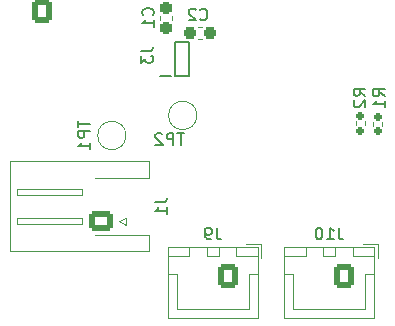
<source format=gbo>
G04 #@! TF.GenerationSoftware,KiCad,Pcbnew,9.0.0*
G04 #@! TF.CreationDate,2025-04-11T10:19:01+02:00*
G04 #@! TF.ProjectId,Janus_finalV,4a616e75-735f-4666-996e-616c562e6b69,rev?*
G04 #@! TF.SameCoordinates,Original*
G04 #@! TF.FileFunction,Legend,Bot*
G04 #@! TF.FilePolarity,Positive*
%FSLAX46Y46*%
G04 Gerber Fmt 4.6, Leading zero omitted, Abs format (unit mm)*
G04 Created by KiCad (PCBNEW 9.0.0) date 2025-04-11 10:19:01*
%MOMM*%
%LPD*%
G01*
G04 APERTURE LIST*
G04 Aperture macros list*
%AMRoundRect*
0 Rectangle with rounded corners*
0 $1 Rounding radius*
0 $2 $3 $4 $5 $6 $7 $8 $9 X,Y pos of 4 corners*
0 Add a 4 corners polygon primitive as box body*
4,1,4,$2,$3,$4,$5,$6,$7,$8,$9,$2,$3,0*
0 Add four circle primitives for the rounded corners*
1,1,$1+$1,$2,$3*
1,1,$1+$1,$4,$5*
1,1,$1+$1,$6,$7*
1,1,$1+$1,$8,$9*
0 Add four rect primitives between the rounded corners*
20,1,$1+$1,$2,$3,$4,$5,0*
20,1,$1+$1,$4,$5,$6,$7,0*
20,1,$1+$1,$6,$7,$8,$9,0*
20,1,$1+$1,$8,$9,$2,$3,0*%
G04 Aperture macros list end*
%ADD10C,0.150000*%
%ADD11C,0.120000*%
%ADD12C,0.200000*%
%ADD13R,1.700000X1.700000*%
%ADD14O,1.700000X1.700000*%
%ADD15C,5.400000*%
%ADD16RoundRect,0.250000X-0.625000X0.350000X-0.625000X-0.350000X0.625000X-0.350000X0.625000X0.350000X0*%
%ADD17O,1.750000X1.200000*%
%ADD18R,1.700000X2.500000*%
%ADD19O,1.700000X2.500000*%
%ADD20RoundRect,0.250000X-0.600000X-0.725000X0.600000X-0.725000X0.600000X0.725000X-0.600000X0.725000X0*%
%ADD21O,1.700000X1.950000*%
%ADD22RoundRect,0.250000X0.600000X0.725000X-0.600000X0.725000X-0.600000X-0.725000X0.600000X-0.725000X0*%
%ADD23RoundRect,0.160000X-0.160000X0.197500X-0.160000X-0.197500X0.160000X-0.197500X0.160000X0.197500X0*%
%ADD24C,2.000000*%
%ADD25RoundRect,0.250000X0.600000X0.750000X-0.600000X0.750000X-0.600000X-0.750000X0.600000X-0.750000X0*%
%ADD26O,1.700000X2.000000*%
%ADD27RoundRect,0.250000X0.750000X-0.600000X0.750000X0.600000X-0.750000X0.600000X-0.750000X-0.600000X0*%
%ADD28O,2.000000X1.700000*%
%ADD29R,0.900000X0.600000*%
%ADD30RoundRect,0.237500X-0.300000X-0.237500X0.300000X-0.237500X0.300000X0.237500X-0.300000X0.237500X0*%
%ADD31RoundRect,0.237500X0.237500X-0.300000X0.237500X0.300000X-0.237500X0.300000X-0.237500X-0.300000X0*%
G04 APERTURE END LIST*
D10*
X141564819Y-69443333D02*
X141088628Y-69110000D01*
X141564819Y-68871905D02*
X140564819Y-68871905D01*
X140564819Y-68871905D02*
X140564819Y-69252857D01*
X140564819Y-69252857D02*
X140612438Y-69348095D01*
X140612438Y-69348095D02*
X140660057Y-69395714D01*
X140660057Y-69395714D02*
X140755295Y-69443333D01*
X140755295Y-69443333D02*
X140898152Y-69443333D01*
X140898152Y-69443333D02*
X140993390Y-69395714D01*
X140993390Y-69395714D02*
X141041009Y-69348095D01*
X141041009Y-69348095D02*
X141088628Y-69252857D01*
X141088628Y-69252857D02*
X141088628Y-68871905D01*
X140660057Y-69824286D02*
X140612438Y-69871905D01*
X140612438Y-69871905D02*
X140564819Y-69967143D01*
X140564819Y-69967143D02*
X140564819Y-70205238D01*
X140564819Y-70205238D02*
X140612438Y-70300476D01*
X140612438Y-70300476D02*
X140660057Y-70348095D01*
X140660057Y-70348095D02*
X140755295Y-70395714D01*
X140755295Y-70395714D02*
X140850533Y-70395714D01*
X140850533Y-70395714D02*
X140993390Y-70348095D01*
X140993390Y-70348095D02*
X141564819Y-69776667D01*
X141564819Y-69776667D02*
X141564819Y-70395714D01*
X126211904Y-72604819D02*
X125640476Y-72604819D01*
X125926190Y-73604819D02*
X125926190Y-72604819D01*
X125307142Y-73604819D02*
X125307142Y-72604819D01*
X125307142Y-72604819D02*
X124926190Y-72604819D01*
X124926190Y-72604819D02*
X124830952Y-72652438D01*
X124830952Y-72652438D02*
X124783333Y-72700057D01*
X124783333Y-72700057D02*
X124735714Y-72795295D01*
X124735714Y-72795295D02*
X124735714Y-72938152D01*
X124735714Y-72938152D02*
X124783333Y-73033390D01*
X124783333Y-73033390D02*
X124830952Y-73081009D01*
X124830952Y-73081009D02*
X124926190Y-73128628D01*
X124926190Y-73128628D02*
X125307142Y-73128628D01*
X124354761Y-72700057D02*
X124307142Y-72652438D01*
X124307142Y-72652438D02*
X124211904Y-72604819D01*
X124211904Y-72604819D02*
X123973809Y-72604819D01*
X123973809Y-72604819D02*
X123878571Y-72652438D01*
X123878571Y-72652438D02*
X123830952Y-72700057D01*
X123830952Y-72700057D02*
X123783333Y-72795295D01*
X123783333Y-72795295D02*
X123783333Y-72890533D01*
X123783333Y-72890533D02*
X123830952Y-73033390D01*
X123830952Y-73033390D02*
X124402380Y-73604819D01*
X124402380Y-73604819D02*
X123783333Y-73604819D01*
X128983333Y-80604819D02*
X128983333Y-81319104D01*
X128983333Y-81319104D02*
X129030952Y-81461961D01*
X129030952Y-81461961D02*
X129126190Y-81557200D01*
X129126190Y-81557200D02*
X129269047Y-81604819D01*
X129269047Y-81604819D02*
X129364285Y-81604819D01*
X128459523Y-81604819D02*
X128269047Y-81604819D01*
X128269047Y-81604819D02*
X128173809Y-81557200D01*
X128173809Y-81557200D02*
X128126190Y-81509580D01*
X128126190Y-81509580D02*
X128030952Y-81366723D01*
X128030952Y-81366723D02*
X127983333Y-81176247D01*
X127983333Y-81176247D02*
X127983333Y-80795295D01*
X127983333Y-80795295D02*
X128030952Y-80700057D01*
X128030952Y-80700057D02*
X128078571Y-80652438D01*
X128078571Y-80652438D02*
X128173809Y-80604819D01*
X128173809Y-80604819D02*
X128364285Y-80604819D01*
X128364285Y-80604819D02*
X128459523Y-80652438D01*
X128459523Y-80652438D02*
X128507142Y-80700057D01*
X128507142Y-80700057D02*
X128554761Y-80795295D01*
X128554761Y-80795295D02*
X128554761Y-81033390D01*
X128554761Y-81033390D02*
X128507142Y-81128628D01*
X128507142Y-81128628D02*
X128459523Y-81176247D01*
X128459523Y-81176247D02*
X128364285Y-81223866D01*
X128364285Y-81223866D02*
X128173809Y-81223866D01*
X128173809Y-81223866D02*
X128078571Y-81176247D01*
X128078571Y-81176247D02*
X128030952Y-81128628D01*
X128030952Y-81128628D02*
X127983333Y-81033390D01*
X123754819Y-78466666D02*
X124469104Y-78466666D01*
X124469104Y-78466666D02*
X124611961Y-78419047D01*
X124611961Y-78419047D02*
X124707200Y-78323809D01*
X124707200Y-78323809D02*
X124754819Y-78180952D01*
X124754819Y-78180952D02*
X124754819Y-78085714D01*
X124754819Y-79466666D02*
X124754819Y-78895238D01*
X124754819Y-79180952D02*
X123754819Y-79180952D01*
X123754819Y-79180952D02*
X123897676Y-79085714D01*
X123897676Y-79085714D02*
X123992914Y-78990476D01*
X123992914Y-78990476D02*
X124040533Y-78895238D01*
X143204819Y-69463333D02*
X142728628Y-69130000D01*
X143204819Y-68891905D02*
X142204819Y-68891905D01*
X142204819Y-68891905D02*
X142204819Y-69272857D01*
X142204819Y-69272857D02*
X142252438Y-69368095D01*
X142252438Y-69368095D02*
X142300057Y-69415714D01*
X142300057Y-69415714D02*
X142395295Y-69463333D01*
X142395295Y-69463333D02*
X142538152Y-69463333D01*
X142538152Y-69463333D02*
X142633390Y-69415714D01*
X142633390Y-69415714D02*
X142681009Y-69368095D01*
X142681009Y-69368095D02*
X142728628Y-69272857D01*
X142728628Y-69272857D02*
X142728628Y-68891905D01*
X143204819Y-70415714D02*
X143204819Y-69844286D01*
X143204819Y-70130000D02*
X142204819Y-70130000D01*
X142204819Y-70130000D02*
X142347676Y-70034762D01*
X142347676Y-70034762D02*
X142442914Y-69939524D01*
X142442914Y-69939524D02*
X142490533Y-69844286D01*
X117254819Y-71538095D02*
X117254819Y-72109523D01*
X118254819Y-71823809D02*
X117254819Y-71823809D01*
X118254819Y-72442857D02*
X117254819Y-72442857D01*
X117254819Y-72442857D02*
X117254819Y-72823809D01*
X117254819Y-72823809D02*
X117302438Y-72919047D01*
X117302438Y-72919047D02*
X117350057Y-72966666D01*
X117350057Y-72966666D02*
X117445295Y-73014285D01*
X117445295Y-73014285D02*
X117588152Y-73014285D01*
X117588152Y-73014285D02*
X117683390Y-72966666D01*
X117683390Y-72966666D02*
X117731009Y-72919047D01*
X117731009Y-72919047D02*
X117778628Y-72823809D01*
X117778628Y-72823809D02*
X117778628Y-72442857D01*
X118254819Y-73966666D02*
X118254819Y-73395238D01*
X118254819Y-73680952D02*
X117254819Y-73680952D01*
X117254819Y-73680952D02*
X117397676Y-73585714D01*
X117397676Y-73585714D02*
X117492914Y-73490476D01*
X117492914Y-73490476D02*
X117540533Y-73395238D01*
X139309523Y-80604819D02*
X139309523Y-81319104D01*
X139309523Y-81319104D02*
X139357142Y-81461961D01*
X139357142Y-81461961D02*
X139452380Y-81557200D01*
X139452380Y-81557200D02*
X139595237Y-81604819D01*
X139595237Y-81604819D02*
X139690475Y-81604819D01*
X138309523Y-81604819D02*
X138880951Y-81604819D01*
X138595237Y-81604819D02*
X138595237Y-80604819D01*
X138595237Y-80604819D02*
X138690475Y-80747676D01*
X138690475Y-80747676D02*
X138785713Y-80842914D01*
X138785713Y-80842914D02*
X138880951Y-80890533D01*
X137690475Y-80604819D02*
X137595237Y-80604819D01*
X137595237Y-80604819D02*
X137499999Y-80652438D01*
X137499999Y-80652438D02*
X137452380Y-80700057D01*
X137452380Y-80700057D02*
X137404761Y-80795295D01*
X137404761Y-80795295D02*
X137357142Y-80985771D01*
X137357142Y-80985771D02*
X137357142Y-81223866D01*
X137357142Y-81223866D02*
X137404761Y-81414342D01*
X137404761Y-81414342D02*
X137452380Y-81509580D01*
X137452380Y-81509580D02*
X137499999Y-81557200D01*
X137499999Y-81557200D02*
X137595237Y-81604819D01*
X137595237Y-81604819D02*
X137690475Y-81604819D01*
X137690475Y-81604819D02*
X137785713Y-81557200D01*
X137785713Y-81557200D02*
X137833332Y-81509580D01*
X137833332Y-81509580D02*
X137880951Y-81414342D01*
X137880951Y-81414342D02*
X137928570Y-81223866D01*
X137928570Y-81223866D02*
X137928570Y-80985771D01*
X137928570Y-80985771D02*
X137880951Y-80795295D01*
X137880951Y-80795295D02*
X137833332Y-80700057D01*
X137833332Y-80700057D02*
X137785713Y-80652438D01*
X137785713Y-80652438D02*
X137690475Y-80604819D01*
X122554819Y-65666666D02*
X123269104Y-65666666D01*
X123269104Y-65666666D02*
X123411961Y-65619047D01*
X123411961Y-65619047D02*
X123507200Y-65523809D01*
X123507200Y-65523809D02*
X123554819Y-65380952D01*
X123554819Y-65380952D02*
X123554819Y-65285714D01*
X122554819Y-66047619D02*
X122554819Y-66666666D01*
X122554819Y-66666666D02*
X122935771Y-66333333D01*
X122935771Y-66333333D02*
X122935771Y-66476190D01*
X122935771Y-66476190D02*
X122983390Y-66571428D01*
X122983390Y-66571428D02*
X123031009Y-66619047D01*
X123031009Y-66619047D02*
X123126247Y-66666666D01*
X123126247Y-66666666D02*
X123364342Y-66666666D01*
X123364342Y-66666666D02*
X123459580Y-66619047D01*
X123459580Y-66619047D02*
X123507200Y-66571428D01*
X123507200Y-66571428D02*
X123554819Y-66476190D01*
X123554819Y-66476190D02*
X123554819Y-66190476D01*
X123554819Y-66190476D02*
X123507200Y-66095238D01*
X123507200Y-66095238D02*
X123459580Y-66047619D01*
X127566666Y-62959580D02*
X127614285Y-63007200D01*
X127614285Y-63007200D02*
X127757142Y-63054819D01*
X127757142Y-63054819D02*
X127852380Y-63054819D01*
X127852380Y-63054819D02*
X127995237Y-63007200D01*
X127995237Y-63007200D02*
X128090475Y-62911961D01*
X128090475Y-62911961D02*
X128138094Y-62816723D01*
X128138094Y-62816723D02*
X128185713Y-62626247D01*
X128185713Y-62626247D02*
X128185713Y-62483390D01*
X128185713Y-62483390D02*
X128138094Y-62292914D01*
X128138094Y-62292914D02*
X128090475Y-62197676D01*
X128090475Y-62197676D02*
X127995237Y-62102438D01*
X127995237Y-62102438D02*
X127852380Y-62054819D01*
X127852380Y-62054819D02*
X127757142Y-62054819D01*
X127757142Y-62054819D02*
X127614285Y-62102438D01*
X127614285Y-62102438D02*
X127566666Y-62150057D01*
X127185713Y-62150057D02*
X127138094Y-62102438D01*
X127138094Y-62102438D02*
X127042856Y-62054819D01*
X127042856Y-62054819D02*
X126804761Y-62054819D01*
X126804761Y-62054819D02*
X126709523Y-62102438D01*
X126709523Y-62102438D02*
X126661904Y-62150057D01*
X126661904Y-62150057D02*
X126614285Y-62245295D01*
X126614285Y-62245295D02*
X126614285Y-62340533D01*
X126614285Y-62340533D02*
X126661904Y-62483390D01*
X126661904Y-62483390D02*
X127233332Y-63054819D01*
X127233332Y-63054819D02*
X126614285Y-63054819D01*
X123559580Y-62633333D02*
X123607200Y-62585714D01*
X123607200Y-62585714D02*
X123654819Y-62442857D01*
X123654819Y-62442857D02*
X123654819Y-62347619D01*
X123654819Y-62347619D02*
X123607200Y-62204762D01*
X123607200Y-62204762D02*
X123511961Y-62109524D01*
X123511961Y-62109524D02*
X123416723Y-62061905D01*
X123416723Y-62061905D02*
X123226247Y-62014286D01*
X123226247Y-62014286D02*
X123083390Y-62014286D01*
X123083390Y-62014286D02*
X122892914Y-62061905D01*
X122892914Y-62061905D02*
X122797676Y-62109524D01*
X122797676Y-62109524D02*
X122702438Y-62204762D01*
X122702438Y-62204762D02*
X122654819Y-62347619D01*
X122654819Y-62347619D02*
X122654819Y-62442857D01*
X122654819Y-62442857D02*
X122702438Y-62585714D01*
X122702438Y-62585714D02*
X122750057Y-62633333D01*
X123654819Y-63585714D02*
X123654819Y-63014286D01*
X123654819Y-63300000D02*
X122654819Y-63300000D01*
X122654819Y-63300000D02*
X122797676Y-63204762D01*
X122797676Y-63204762D02*
X122892914Y-63109524D01*
X122892914Y-63109524D02*
X122940533Y-63014286D01*
D11*
X140740000Y-71612379D02*
X140740000Y-71947621D01*
X141500000Y-71612379D02*
X141500000Y-71947621D01*
X127300000Y-71100000D02*
G75*
G02*
X124900000Y-71100000I-1200000J0D01*
G01*
X124900000Y-71100000D02*
G75*
G02*
X127300000Y-71100000I1200000J0D01*
G01*
X124840000Y-82240000D02*
X124840000Y-88210000D01*
X124840000Y-88210000D02*
X132460000Y-88210000D01*
X124850000Y-82250000D02*
X124850000Y-83000000D01*
X124850000Y-83000000D02*
X126650000Y-83000000D01*
X125600000Y-84500000D02*
X124850000Y-84500000D01*
X125600000Y-87450000D02*
X125600000Y-84500000D01*
X126650000Y-82250000D02*
X124850000Y-82250000D01*
X126650000Y-83000000D02*
X126650000Y-82250000D01*
X128150000Y-82250000D02*
X128150000Y-83000000D01*
X128150000Y-83000000D02*
X129150000Y-83000000D01*
X128650000Y-87450000D02*
X125600000Y-87450000D01*
X128650000Y-87450000D02*
X131700000Y-87450000D01*
X129150000Y-82250000D02*
X128150000Y-82250000D01*
X129150000Y-83000000D02*
X129150000Y-82250000D01*
X130650000Y-82250000D02*
X130650000Y-83000000D01*
X130650000Y-83000000D02*
X132450000Y-83000000D01*
X131700000Y-84500000D02*
X132450000Y-84500000D01*
X131700000Y-87450000D02*
X131700000Y-84500000D01*
X132450000Y-82250000D02*
X130650000Y-82250000D01*
X132450000Y-83000000D02*
X132450000Y-82250000D01*
X132460000Y-82240000D02*
X124840000Y-82240000D01*
X132460000Y-88210000D02*
X132460000Y-82240000D01*
X132750000Y-81950000D02*
X131500000Y-81950000D01*
X132750000Y-83200000D02*
X132750000Y-81950000D01*
X111490000Y-74990000D02*
X111490000Y-78800000D01*
X111490000Y-82610000D02*
X111490000Y-78800000D01*
X112100000Y-77300000D02*
X112100000Y-77800000D01*
X112100000Y-77800000D02*
X117600000Y-77800000D01*
X112100000Y-79800000D02*
X112100000Y-80300000D01*
X112100000Y-80300000D02*
X117600000Y-80300000D01*
X117600000Y-77300000D02*
X112100000Y-77300000D01*
X117600000Y-77800000D02*
X117600000Y-77300000D01*
X117600000Y-79800000D02*
X112100000Y-79800000D01*
X117600000Y-80300000D02*
X117600000Y-79800000D01*
X118710000Y-76410000D02*
X123210000Y-76410000D01*
X118710000Y-81190000D02*
X123210000Y-81190000D01*
X120700000Y-80050000D02*
X121300000Y-79750000D01*
X121300000Y-79750000D02*
X121300000Y-80350000D01*
X121300000Y-80350000D02*
X120700000Y-80050000D01*
X123210000Y-74990000D02*
X111490000Y-74990000D01*
X123210000Y-76410000D02*
X123210000Y-74990000D01*
X123210000Y-81190000D02*
X123210000Y-82610000D01*
X123210000Y-82610000D02*
X111490000Y-82610000D01*
X142240000Y-71622379D02*
X142240000Y-71957621D01*
X143000000Y-71622379D02*
X143000000Y-71957621D01*
X121300000Y-72800000D02*
G75*
G02*
X118900000Y-72800000I-1200000J0D01*
G01*
X118900000Y-72800000D02*
G75*
G02*
X121300000Y-72800000I1200000J0D01*
G01*
X134690000Y-82240000D02*
X134690000Y-88210000D01*
X134690000Y-88210000D02*
X142310000Y-88210000D01*
X134700000Y-82250000D02*
X134700000Y-83000000D01*
X134700000Y-83000000D02*
X136500000Y-83000000D01*
X135450000Y-84500000D02*
X134700000Y-84500000D01*
X135450000Y-87450000D02*
X135450000Y-84500000D01*
X136500000Y-82250000D02*
X134700000Y-82250000D01*
X136500000Y-83000000D02*
X136500000Y-82250000D01*
X138000000Y-82250000D02*
X138000000Y-83000000D01*
X138000000Y-83000000D02*
X139000000Y-83000000D01*
X138500000Y-87450000D02*
X135450000Y-87450000D01*
X138500000Y-87450000D02*
X141550000Y-87450000D01*
X139000000Y-82250000D02*
X138000000Y-82250000D01*
X139000000Y-83000000D02*
X139000000Y-82250000D01*
X140500000Y-82250000D02*
X140500000Y-83000000D01*
X140500000Y-83000000D02*
X142300000Y-83000000D01*
X141550000Y-84500000D02*
X142300000Y-84500000D01*
X141550000Y-87450000D02*
X141550000Y-84500000D01*
X142300000Y-82250000D02*
X140500000Y-82250000D01*
X142300000Y-83000000D02*
X142300000Y-82250000D01*
X142310000Y-82240000D02*
X134690000Y-82240000D01*
X142310000Y-88210000D02*
X142310000Y-82240000D01*
X142600000Y-81950000D02*
X141350000Y-81950000D01*
X142600000Y-83200000D02*
X142600000Y-81950000D01*
D12*
X125112500Y-67800000D02*
X124212500Y-67800000D01*
X125462500Y-64850000D02*
X126662500Y-64850000D01*
X125462500Y-67750000D02*
X125462500Y-64850000D01*
X126662500Y-64850000D02*
X126662500Y-67750000D01*
X126662500Y-67750000D02*
X125462500Y-67750000D01*
D11*
X127708767Y-63590000D02*
X127416233Y-63590000D01*
X127708767Y-64610000D02*
X127416233Y-64610000D01*
X124190000Y-62716233D02*
X124190000Y-63008767D01*
X125210000Y-62716233D02*
X125210000Y-63008767D01*
%LPC*%
D13*
X147700000Y-80080000D03*
D14*
X145160000Y-80080000D03*
X142620000Y-80080000D03*
X140080000Y-80080000D03*
D15*
X147000000Y-85600000D03*
D16*
X121500000Y-41600000D03*
D17*
X121500000Y-43600000D03*
X121500000Y-45600000D03*
X121500000Y-47600000D03*
D13*
X147700000Y-77540000D03*
D14*
X145160000Y-77540000D03*
X142620000Y-77540000D03*
X140080000Y-77540000D03*
D18*
X114820000Y-69100000D03*
D19*
X117360000Y-69100000D03*
X119900000Y-69100000D03*
D15*
X114400000Y-41600000D03*
D20*
X114200000Y-62300000D03*
D21*
X116700000Y-62300000D03*
X119200000Y-62300000D03*
D20*
X114300000Y-54000000D03*
D21*
X116800000Y-54000000D03*
X119300000Y-54000000D03*
D13*
X147700000Y-75000000D03*
D14*
X145160000Y-75000000D03*
X142620000Y-75000000D03*
X140080000Y-75000000D03*
D15*
X147000000Y-41600000D03*
X114400000Y-85600000D03*
D22*
X139900000Y-47200000D03*
D21*
X137400000Y-47200000D03*
X134900000Y-47200000D03*
X132400000Y-47200000D03*
X129900000Y-47200000D03*
X127400000Y-47200000D03*
D23*
X141120000Y-71182500D03*
X141120000Y-72377500D03*
D24*
X126100000Y-71100000D03*
D25*
X129900000Y-84700000D03*
D26*
X127400000Y-84700000D03*
D27*
X119200000Y-80050000D03*
D28*
X119200000Y-77550000D03*
D23*
X142620000Y-71192500D03*
X142620000Y-72387500D03*
D24*
X120100000Y-72800000D03*
D25*
X139750000Y-84700000D03*
D26*
X137250000Y-84700000D03*
D29*
X124662500Y-67250000D03*
X124662500Y-66300000D03*
X124662500Y-65350000D03*
X127462500Y-65350000D03*
X127462500Y-67250000D03*
D30*
X126700000Y-64100000D03*
X128425000Y-64100000D03*
D31*
X124700000Y-63725000D03*
X124700000Y-62000000D03*
%LPD*%
M02*

</source>
